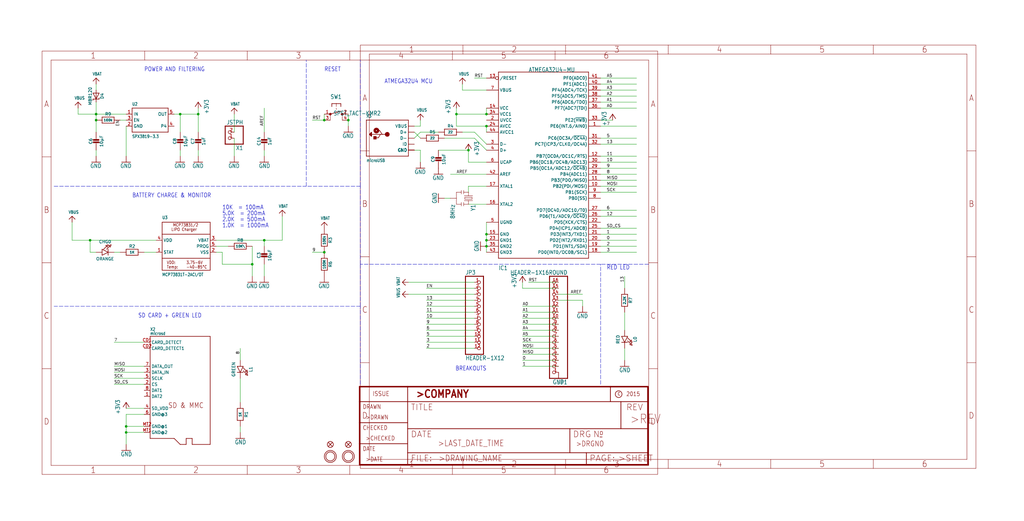
<source format=kicad_sch>
(kicad_sch (version 20211123) (generator eeschema)
  (paper "User" 433.07 220.421)
  (lib_symbols
    (symbol "eagleSchem-eagle-import:+3V3" (power)
      (property "Value" "+3V3" (at -2.54 -5.08 90))
      (symbol "+3V3_1_0"
        (pin power_in line (at 0 -2.54 90) (length 2.54) (name "+3V3") (number "1"))
      )
    )
    (symbol "eagleSchem-eagle-import:ATMEGA32U4-MU"
      (property "Reference" "IC" (at -17.78 -38.1 0))
      (property "Value" "ATMEGA32U4-MU" (at -5.08 45.72 0))
      (symbol "ATMEGA32U4-MU_1_0"
        (pin bidirectional line (at 25.4 22.86 180) (length 5.08) (name "PE6(INT.6/AIN0)") (number "1"))
        (pin bidirectional line (at 25.4 -2.54 180) (length 5.08) (name "PB2(PDI/MOSI)") (number "10"))
        (pin bidirectional line (at 25.4 0 180) (length 5.08) (name "PB3(PDO/MISO)") (number "11"))
        (pin bidirectional line (at 25.4 10.16 180) (length 5.08) (name "PB7(OC0A/OC1C/RTS)") (number "12"))
        (pin bidirectional inverted (at -22.86 43.18 0) (length 5.08) (name "/RESET") (number "13"))
        (pin bidirectional line (at -22.86 30.48 0) (length 5.08) (name "VCC") (number "14"))
        (pin bidirectional line (at -22.86 -22.86 0) (length 5.08) (name "GND") (number "15"))
        (pin bidirectional line (at -22.86 -10.16 0) (length 5.08) (name "XTAL2") (number "16"))
        (pin bidirectional line (at -22.86 -2.54 0) (length 5.08) (name "XTAL1") (number "17"))
        (pin bidirectional line (at 25.4 -30.48 180) (length 5.08) (name "PD0(INT0/OC0B/SCL)") (number "18"))
        (pin bidirectional line (at 25.4 -27.94 180) (length 5.08) (name "PD1(INT1/SDA)") (number "19"))
        (pin bidirectional line (at -22.86 25.4 0) (length 5.08) (name "UVCC") (number "2"))
        (pin bidirectional line (at 25.4 -25.4 180) (length 5.08) (name "PD2(INT2/RXD1)") (number "20"))
        (pin bidirectional line (at 25.4 -22.86 180) (length 5.08) (name "PD3(INT3/TXD1)") (number "21"))
        (pin bidirectional line (at 25.4 -17.78 180) (length 5.08) (name "PD5(XCK/CTS)") (number "22"))
        (pin bidirectional line (at -22.86 -25.4 0) (length 5.08) (name "GND1") (number "23"))
        (pin bidirectional line (at -22.86 22.86 0) (length 5.08) (name "AVCC") (number "24"))
        (pin bidirectional line (at 25.4 -20.32 180) (length 5.08) (name "PD4(ICP1/ADC8)") (number "25"))
        (pin bidirectional line (at 25.4 -15.24 180) (length 5.08) (name "PD6(T1/ADC9/~{OC4D})") (number "26"))
        (pin bidirectional line (at 25.4 -12.7 180) (length 5.08) (name "PD7(OC4D/ADC10/T0)") (number "27"))
        (pin bidirectional line (at 25.4 2.54 180) (length 5.08) (name "PB4(ADC11)") (number "28"))
        (pin bidirectional line (at 25.4 5.08 180) (length 5.08) (name "PB5(OC1A/ADC12/~{OC4B})") (number "29"))
        (pin bidirectional line (at -22.86 15.24 0) (length 5.08) (name "D-") (number "3"))
        (pin bidirectional line (at 25.4 7.62 180) (length 5.08) (name "PB6(OC1B/OC4B/ADC13)") (number "30"))
        (pin bidirectional line (at 25.4 17.78 180) (length 5.08) (name "PC6(OC3A/~{OC4A})") (number "31"))
        (pin bidirectional line (at 25.4 15.24 180) (length 5.08) (name "PC7(ICP3/CLK0/OC4A)") (number "32"))
        (pin bidirectional line (at 25.4 25.4 180) (length 5.08) (name "PE2(~{HWB})") (number "33"))
        (pin bidirectional line (at -22.86 27.94 0) (length 5.08) (name "VCC1") (number "34"))
        (pin bidirectional line (at -22.86 -27.94 0) (length 5.08) (name "GND2") (number "35"))
        (pin bidirectional line (at 25.4 30.48 180) (length 5.08) (name "PF7(ADC7(TDI)") (number "36"))
        (pin bidirectional line (at 25.4 33.02 180) (length 5.08) (name "PF6(ADC6/TDO)") (number "37"))
        (pin bidirectional line (at 25.4 35.56 180) (length 5.08) (name "PF5(ADC5/TMS)") (number "38"))
        (pin bidirectional line (at 25.4 38.1 180) (length 5.08) (name "PF4(ADC4/TCK)") (number "39"))
        (pin bidirectional line (at -22.86 12.7 0) (length 5.08) (name "D+") (number "4"))
        (pin bidirectional line (at 25.4 40.64 180) (length 5.08) (name "PF1(ADC1)") (number "40"))
        (pin bidirectional line (at 25.4 43.18 180) (length 5.08) (name "PF0(ADC0)") (number "41"))
        (pin bidirectional line (at -22.86 2.54 0) (length 5.08) (name "AREF") (number "42"))
        (pin bidirectional line (at -22.86 -30.48 0) (length 5.08) (name "GND3") (number "43"))
        (pin bidirectional line (at -22.86 20.32 0) (length 5.08) (name "AVCC1") (number "44"))
        (pin bidirectional line (at -22.86 -17.78 0) (length 5.08) (name "UGND") (number "5"))
        (pin bidirectional line (at -22.86 7.62 0) (length 5.08) (name "UCAP") (number "6"))
        (pin bidirectional line (at -22.86 38.1 0) (length 5.08) (name "VBUS") (number "7"))
        (pin bidirectional line (at 25.4 -7.62 180) (length 5.08) (name "PB0(SS)") (number "8"))
        (pin bidirectional line (at 25.4 -5.08 180) (length 5.08) (name "PB1(SCK)") (number "9"))
      )
    )
    (symbol "eagleSchem-eagle-import:CAP_CERAMIC0603_NO"
      (property "Reference" "C" (at -2.29 1.25 90))
      (property "Value" "CAP_CERAMIC0603_NO" (at 2.3 1.25 90))
      (symbol "CAP_CERAMIC0603_NO_1_0"
        (pin passive line (at 0 5.08 270) (length 2.54) (name "1") (number "1"))
        (pin passive line (at 0 -2.54 90) (length 2.54) (name "2") (number "2"))
      )
    )
    (symbol "eagleSchem-eagle-import:CAP_CERAMIC0805-NOOUTLINE"
      (property "Reference" "C" (at -2.29 1.25 90))
      (property "Value" "CAP_CERAMIC0805-NOOUTLINE" (at 2.3 1.25 90))
      (symbol "CAP_CERAMIC0805-NOOUTLINE_1_0"
        (pin passive line (at 0 5.08 270) (length 2.54) (name "1") (number "1"))
        (pin passive line (at 0 -2.54 90) (length 2.54) (name "2") (number "2"))
      )
    )
    (symbol "eagleSchem-eagle-import:CON_JST_PH_2PIN"
      (property "Reference" "X" (at -6.35 5.715 0))
      (property "Value" "CON_JST_PH_2PIN" (at -6.35 -5.08 0))
      (symbol "CON_JST_PH_2PIN_1_0"
        (pin passive inverted (at -2.54 2.54 0) (length 2.54) (name "1") (number "1"))
        (pin passive inverted (at -2.54 0 0) (length 2.54) (name "2") (number "2"))
      )
    )
    (symbol "eagleSchem-eagle-import:DIODE-SCHOTTKYSOD-123"
      (property "Reference" "D" (at 0 2.54 0))
      (property "Value" "DIODE-SCHOTTKYSOD-123" (at 0 -2.5 0))
      (symbol "DIODE-SCHOTTKYSOD-123_1_0"
        (pin passive line (at -2.54 0 0) (length 2.54) (name "A") (number "A"))
        (pin passive line (at 2.54 0 180) (length 2.54) (name "C") (number "C"))
      )
    )
    (symbol "eagleSchem-eagle-import:FIDUCIAL{dblquote}{dblquote}")
    (symbol "eagleSchem-eagle-import:FRAME_A4"
      (symbol "FRAME_A4_0_0"
        (text "1" (at 21.6958 1.905 0) (effects (font (size 2.54 2.286))))
        (text "1" (at 21.6958 177.165 0) (effects (font (size 2.54 2.286))))
        (text "2" (at 65.0875 1.905 0) (effects (font (size 2.54 2.286))))
        (text "2" (at 65.0875 177.165 0) (effects (font (size 2.54 2.286))))
        (text "3" (at 108.4792 1.905 0) (effects (font (size 2.54 2.286))))
        (text "3" (at 108.4792 177.165 0) (effects (font (size 2.54 2.286))))
        (text "4" (at 151.8708 1.905 0) (effects (font (size 2.54 2.286))))
        (text "4" (at 151.8708 177.165 0) (effects (font (size 2.54 2.286))))
        (text "5" (at 195.2625 1.905 0) (effects (font (size 2.54 2.286))))
        (text "5" (at 195.2625 177.165 0) (effects (font (size 2.54 2.286))))
        (text "6" (at 238.6542 1.905 0) (effects (font (size 2.54 2.286))))
        (text "6" (at 238.6542 177.165 0) (effects (font (size 2.54 2.286))))
        (text "A" (at 1.905 156.6863 0) (effects (font (size 2.54 2.286))))
        (text "A" (at 258.445 156.6863 0) (effects (font (size 2.54 2.286))))
        (text "B" (at 1.905 111.9188 0) (effects (font (size 2.54 2.286))))
        (text "B" (at 258.445 111.9188 0) (effects (font (size 2.54 2.286))))
        (text "C" (at 1.905 67.1513 0) (effects (font (size 2.54 2.286))))
        (text "C" (at 258.445 67.1513 0) (effects (font (size 2.54 2.286))))
        (text "D" (at 1.905 22.3838 0) (effects (font (size 2.54 2.286))))
        (text "D" (at 258.445 22.3838 0) (effects (font (size 2.54 2.286))))
      )
      (symbol "FRAME_A4_2_0"
        (text "2015" (at 112.4077 30.4673 0) (effects (font (size 1.778 1.5113)) (justify left bottom)))
        (text ">CHECKED" (at 2.2352 11.7348 0) (effects (font (size 1.778 1.5113)) (justify left bottom)))
        (text ">COMPANY" (at 23.349 29.6735 0) (effects (font (size 3.175 2.6987) (thickness 0.5397) bold) (justify left bottom)))
        (text ">DATE" (at 2.2352 2.8448 0) (effects (font (size 1.778 1.5113)) (justify left bottom)))
        (text ">DRAWING_NAME" (at 33.0327 2.8448 0) (effects (font (size 2.54 2.159)) (justify left bottom)))
        (text ">DRAWN" (at 2.2352 20.6248 0) (effects (font (size 1.778 1.5113)) (justify left bottom)))
        (text ">DRGNO" (at 91.1352 9.1948 0) (effects (font (size 2.1844 1.8567)) (justify left bottom)))
        (text ">LAST_DATE_TIME" (at 32.7152 9.1948 0) (effects (font (size 2.54 2.159)) (justify left bottom)))
        (text ">REV" (at 113.9952 18.7198 0) (effects (font (size 3.81 3.2385)) (justify left bottom)))
        (text ">SHEET" (at 108.9152 2.8448 0) (effects (font (size 2.54 2.54)) (justify left bottom)))
        (text "C" (at 108.7564 30.7848 0) (effects (font (size 1.27 1.0795)) (justify left bottom)))
        (text "CHECKED" (at 0.9652 16.1798 0) (effects (font (size 1.778 1.5113)) (justify left bottom)))
        (text "DATE" (at 0.9652 7.2898 0) (effects (font (size 1.778 1.5113)) (justify left bottom)))
        (text "DATE" (at 21.2852 13.0048 0) (effects (font (size 2.54 2.54)) (justify left bottom)))
        (text "DRAWN" (at 0.9652 25.0698 0) (effects (font (size 1.778 1.5113)) (justify left bottom)))
        (text "DRG" (at 89.8652 13.0048 0) (effects (font (size 2.54 2.54)) (justify left bottom)))
        (text "FILE:" (at 21.2852 2.8448 0) (effects (font (size 2.54 2.54)) (justify left bottom)))
        (text "ISSUE" (at 5.0927 30.4673 0) (effects (font (size 1.9304 1.6408)) (justify left bottom)))
        (text "N" (at 98.4377 13.0048 0) (effects (font (size 2.54 2.54)) (justify left bottom)))
        (text "o" (at 100.9777 13.9573 0) (effects (font (size 2.1844 1.8567)) (justify left bottom)))
        (text "PAGE:" (at 96.8502 2.8448 0) (effects (font (size 2.54 2.54)) (justify left bottom)))
        (text "REV" (at 112.4077 24.4348 0) (effects (font (size 2.54 2.54)) (justify left bottom)))
        (text "TITLE" (at 21.2852 24.4348 0) (effects (font (size 2.54 2.54)) (justify left bottom)))
      )
    )
    (symbol "eagleSchem-eagle-import:GND" (power)
      (property "Value" "GND" (at -2.54 -2.54 0))
      (symbol "GND_1_0"
        (pin power_in line (at 0 2.54 270) (length 2.54) (name "GND") (number "1"))
      )
    )
    (symbol "eagleSchem-eagle-import:HEADER-1X12"
      (property "Reference" "JP" (at -6.35 18.415 0))
      (property "Value" "HEADER-1X12" (at -6.35 -17.78 0))
      (symbol "HEADER-1X12_1_0"
        (pin passive inverted (at -2.54 15.24 0) (length 2.54) (name "1") (number "1"))
        (pin passive inverted (at -2.54 -7.62 0) (length 2.54) (name "10") (number "10"))
        (pin passive inverted (at -2.54 -10.16 0) (length 2.54) (name "11") (number "11"))
        (pin passive inverted (at -2.54 -12.7 0) (length 2.54) (name "12") (number "12"))
        (pin passive inverted (at -2.54 12.7 0) (length 2.54) (name "2") (number "2"))
        (pin passive inverted (at -2.54 10.16 0) (length 2.54) (name "3") (number "3"))
        (pin passive inverted (at -2.54 7.62 0) (length 2.54) (name "4") (number "4"))
        (pin passive inverted (at -2.54 5.08 0) (length 2.54) (name "5") (number "5"))
        (pin passive inverted (at -2.54 2.54 0) (length 2.54) (name "6") (number "6"))
        (pin passive inverted (at -2.54 0 0) (length 2.54) (name "7") (number "7"))
        (pin passive inverted (at -2.54 -2.54 0) (length 2.54) (name "8") (number "8"))
        (pin passive inverted (at -2.54 -5.08 0) (length 2.54) (name "9") (number "9"))
      )
    )
    (symbol "eagleSchem-eagle-import:HEADER-1X16ROUND"
      (property "Reference" "JP" (at -6.35 20.955 0))
      (property "Value" "HEADER-1X16ROUND" (at -6.35 -25.4 0))
      (symbol "HEADER-1X16ROUND_1_0"
        (pin passive inverted (at -2.54 17.78 0) (length 2.54) (name "1") (number "1"))
        (pin passive inverted (at -2.54 -5.08 0) (length 2.54) (name "10") (number "10"))
        (pin passive inverted (at -2.54 -7.62 0) (length 2.54) (name "11") (number "11"))
        (pin passive inverted (at -2.54 -10.16 0) (length 2.54) (name "12") (number "12"))
        (pin passive inverted (at -2.54 -12.7 0) (length 2.54) (name "13") (number "13"))
        (pin passive inverted (at -2.54 -15.24 0) (length 2.54) (name "14") (number "14"))
        (pin passive inverted (at -2.54 -17.78 0) (length 2.54) (name "15") (number "15"))
        (pin passive inverted (at -2.54 -20.32 0) (length 2.54) (name "16") (number "16"))
        (pin passive inverted (at -2.54 15.24 0) (length 2.54) (name "2") (number "2"))
        (pin passive inverted (at -2.54 12.7 0) (length 2.54) (name "3") (number "3"))
        (pin passive inverted (at -2.54 10.16 0) (length 2.54) (name "4") (number "4"))
        (pin passive inverted (at -2.54 7.62 0) (length 2.54) (name "5") (number "5"))
        (pin passive inverted (at -2.54 5.08 0) (length 2.54) (name "6") (number "6"))
        (pin passive inverted (at -2.54 2.54 0) (length 2.54) (name "7") (number "7"))
        (pin passive inverted (at -2.54 0 0) (length 2.54) (name "8") (number "8"))
        (pin passive inverted (at -2.54 -2.54 0) (length 2.54) (name "9") (number "9"))
      )
    )
    (symbol "eagleSchem-eagle-import:LED0805_NOOUTLINE"
      (property "Reference" "D" (at -1.27 4.445 0))
      (property "Value" "LED0805_NOOUTLINE" (at -1.27 -2.794 0))
      (symbol "LED0805_NOOUTLINE_1_0"
        (pin passive line (at -5.08 0 0) (length 2.54) (name "A") (number "A"))
        (pin passive line (at 2.54 0 180) (length 2.54) (name "C") (number "C"))
      )
    )
    (symbol "eagleSchem-eagle-import:MCP73831{slash}2"
      (property "Reference" "U" (at -10.16 11.43 0))
      (property "Value" "MCP73831{slash}2" (at -10.16 -12.7 0))
      (symbol "MCP73831{slash}2_1_0"
        (text "-40-85°C" (at 0 -9.525 0) (effects (font (size 1.27 1.0795)) (justify left bottom)))
        (text "3.75-6V" (at 0 -7.62 0) (effects (font (size 1.27 1.0795)) (justify left bottom)))
        (text "LIPO Charger" (at -6.35 6.35 0) (effects (font (size 1.27 1.0795)) (justify left bottom)))
        (text "MCP73831/2" (at -5.715 8.255 0) (effects (font (size 1.27 1.0795)) (justify left bottom)))
        (text "Temp:" (at -8.255 -9.525 0) (effects (font (size 1.27 1.0795)) (justify left bottom)))
        (text "VDD:" (at -8.255 -7.62 0) (effects (font (size 1.27 1.0795)) (justify left bottom)))
        (pin output line (at -12.7 -2.54 0) (length 2.54) (name "STAT") (number "1"))
        (pin power_in line (at 12.7 -2.54 180) (length 2.54) (name "VSS") (number "2"))
        (pin power_in line (at 12.7 2.54 180) (length 2.54) (name "VBAT") (number "3"))
        (pin power_in line (at -12.7 2.54 0) (length 2.54) (name "VDD") (number "4"))
        (pin input line (at 12.7 0 180) (length 2.54) (name "PROG") (number "5"))
      )
    )
    (symbol "eagleSchem-eagle-import:MICROSD"
      (property "Reference" "X" (at -12.7 22.606 0))
      (property "Value" "MICROSD" (at -12.7 20.828 0))
      (symbol "MICROSD_1_0"
        (text "SD & MMC" (at -5.08 -10.16 0) (effects (font (size 2.1844 1.8567)) (justify left bottom)))
        (pin bidirectional line (at -15.24 -5.08 0) (length 2.54) (name "DAT2") (number "1"))
        (pin input line (at -15.24 0 0) (length 2.54) (name "CS") (number "2"))
        (pin input line (at -15.24 5.08 0) (length 2.54) (name "DATA_IN") (number "3"))
        (pin power_in line (at -15.24 -10.16 0) (length 2.54) (name "SD_VDD") (number "4"))
        (pin input line (at -15.24 2.54 0) (length 2.54) (name "SCLK") (number "5"))
        (pin power_in line (at -15.24 -12.7 0) (length 2.54) (name "GND@3") (number "6"))
        (pin output line (at -15.24 7.62 0) (length 2.54) (name "DATA_OUT") (number "7"))
        (pin bidirectional line (at -15.24 -2.54 0) (length 2.54) (name "DAT1") (number "8"))
        (pin passive line (at -15.24 17.78 0) (length 2.54) (name "CARD_DETECT") (number "CD1"))
        (pin passive line (at -15.24 15.24 0) (length 2.54) (name "CARD_DETECT1") (number "CD2"))
        (pin power_in line (at -15.24 -20.32 0) (length 2.54) (name "GND@2") (number "MT1"))
        (pin power_in line (at -15.24 -17.78 0) (length 2.54) (name "GND@1") (number "MT2"))
      )
    )
    (symbol "eagleSchem-eagle-import:MOUNTINGHOLE2.5")
    (symbol "eagleSchem-eagle-import:RESISTOR_0603MP"
      (property "Reference" "R" (at 0 2.54 0))
      (property "Value" "RESISTOR_0603MP" (at 0 0 0))
      (symbol "RESISTOR_0603MP_1_0"
        (pin passive line (at -5.08 0 0) (length 2.54) (name "1") (number "1"))
        (pin passive line (at 5.08 0 180) (length 2.54) (name "2") (number "2"))
      )
    )
    (symbol "eagleSchem-eagle-import:RESISTOR_0603_NOOUT"
      (property "Reference" "R" (at 0 2.54 0))
      (property "Value" "RESISTOR_0603_NOOUT" (at 0 0 0))
      (symbol "RESISTOR_0603_NOOUT_1_0"
        (pin passive line (at -5.08 0 0) (length 2.54) (name "1") (number "1"))
        (pin passive line (at 5.08 0 180) (length 2.54) (name "2") (number "2"))
      )
    )
    (symbol "eagleSchem-eagle-import:RESONATORSMD"
      (property "Reference" "Y" (at 2.54 1.016 0))
      (property "Value" "RESONATORSMD" (at 2.54 -7.62 0))
      (symbol "RESONATORSMD_1_0"
        (pin passive line (at -2.54 0 0) (length 0) (name "1") (number "1"))
        (pin passive line (at 0 -7.62 90) (length 0) (name "2") (number "2"))
        (pin passive line (at 2.54 0 180) (length 0) (name "3") (number "3"))
      )
    )
    (symbol "eagleSchem-eagle-import:SPST_TACT-KMR2"
      (property "Reference" "SW" (at -6.35 -2.54 90))
      (property "Value" "SPST_TACT-KMR2" (at -3.81 3.175 90))
      (symbol "SPST_TACT-KMR2_1_0"
        (pin passive line (at 0 -5.08 90) (length 2.54) (name "P") (number "1"))
        (pin passive line (at 0 5.08 270) (length 2.54) (name "S") (number "2"))
        (pin passive line (at 2.54 -5.08 90) (length 2.54) (name "P1") (number "3"))
        (pin passive line (at 2.54 5.08 270) (length 2.54) (name "S1") (number "4"))
      )
    )
    (symbol "eagleSchem-eagle-import:USB_MICRO_20329_V2"
      (property "Reference" "X" (at -10.16 8.636 0))
      (property "Value" "USB_MICRO_20329_V2" (at -10.16 -10.16 0))
      (symbol "USB_MICRO_20329_V2_1_0"
        (pin power_in line (at 10.16 -5.08 180) (length 2.54) (name "GND") (number "BASE@1"))
        (pin power_in line (at 10.16 -5.08 180) (length 2.54) (name "GND") (number "BASE@2"))
        (pin bidirectional line (at 10.16 2.54 180) (length 2.54) (name "D+") (number "D+"))
        (pin bidirectional line (at 10.16 0 180) (length 2.54) (name "D-") (number "D-"))
        (pin power_in line (at 10.16 -5.08 180) (length 2.54) (name "GND") (number "GND"))
        (pin bidirectional line (at 10.16 -2.54 180) (length 2.54) (name "ID") (number "ID"))
        (pin power_in line (at 10.16 -5.08 180) (length 2.54) (name "GND") (number "SPRT@1"))
        (pin power_in line (at 10.16 -5.08 180) (length 2.54) (name "GND") (number "SPRT@2"))
        (pin power_in line (at 10.16 -5.08 180) (length 2.54) (name "GND") (number "SPRT@3"))
        (pin power_in line (at 10.16 -5.08 180) (length 2.54) (name "GND") (number "SPRT@4"))
        (pin power_in line (at 10.16 5.08 180) (length 2.54) (name "VBUS") (number "VBUS"))
      )
    )
    (symbol "eagleSchem-eagle-import:VBAT" (power)
      (property "Value" "VBAT" (at -1.524 1.016 0))
      (symbol "VBAT_1_0"
        (pin power_in line (at 0 -2.54 90) (length 2.54) (name "VBAT") (number "1"))
      )
    )
    (symbol "eagleSchem-eagle-import:VBUS" (power)
      (property "Value" "VBUS" (at -1.524 1.016 0))
      (symbol "VBUS_1_0"
        (pin power_in line (at 0 -2.54 90) (length 2.54) (name "VBUS") (number "1"))
      )
    )
    (symbol "eagleSchem-eagle-import:VREG_SOT23-5"
      (property "Reference" "U" (at -7.62 6.096 0))
      (property "Value" "VREG_SOT23-5" (at -7.62 -7.62 0))
      (symbol "VREG_SOT23-5_1_0"
        (pin power_in line (at -10.16 2.54 0) (length 2.54) (name "IN") (number "1"))
        (pin power_in line (at -10.16 -2.54 0) (length 2.54) (name "GND") (number "2"))
        (pin input line (at -10.16 0 0) (length 2.54) (name "EN") (number "3"))
        (pin bidirectional line (at 10.16 -2.54 180) (length 2.54) (name "P4") (number "4"))
        (pin power_in line (at 10.16 2.54 180) (length 2.54) (name "OUT") (number "5"))
      )
    )
  )
  (junction (at 111.76 101.6))
  (junction (at 53.34 180.34))
  (junction (at 198.12 63.5))
  (junction (at 40.64 50.8))
  (junction (at 205.74 53.34))
  (junction (at 40.64 48.26))
  (junction (at 83.82 48.26))
  (junction (at 76.2 48.26))
  (junction (at 137.16 50.8))
  (junction (at 205.74 99.06))
  (junction (at 53.34 182.88))
  (junction (at 106.68 111.76))
  (junction (at 205.74 101.6))
  (junction (at 193.04 48.26))
  (junction (at 205.74 104.14))
  (junction (at 147.32 50.8))
  (junction (at 38.1 101.6))
  (junction (at 137.16 106.68))
  (junction (at 205.74 48.26))
  (wire (pts (xy 137.16 50.8) (xy 137.16 48.26)))
  (wire (pts (xy 254 35.56) (xy 269.24 35.56)))
  (wire (pts (xy 111.76 104.14) (xy 111.76 101.6)))
  (wire (pts (xy 195.58 38.1) (xy 195.58 35.56)))
  (wire (pts (xy 60.96 106.68) (xy 66.04 106.68)))
  (wire (pts (xy 254 53.34) (xy 269.24 53.34)))
  (wire (pts (xy 254 60.96) (xy 269.24 60.96)))
  (wire (pts (xy 180.34 121.92) (xy 200.66 121.92)))
  (wire (pts (xy 220.98 142.24) (xy 236.22 142.24)))
  (wire (pts (xy 198.12 86.36) (xy 205.74 86.36)))
  (wire (pts (xy 38.1 106.68) (xy 38.1 101.6)))
  (wire (pts (xy 236.22 139.7) (xy 220.98 139.7)))
  (wire (pts (xy 236.22 129.54) (xy 220.98 129.54)))
  (wire (pts (xy 53.34 182.88) (xy 53.34 187.96)))
  (wire (pts (xy 101.6 160.02) (xy 101.6 170.18)))
  (wire (pts (xy 205.74 68.58) (xy 198.12 68.58)))
  (wire (pts (xy 264.16 132.08) (xy 264.16 139.7)))
  (wire (pts (xy 254 78.74) (xy 269.24 78.74)))
  (wire (pts (xy 60.96 175.26) (xy 53.34 175.26)))
  (wire (pts (xy 187.96 58.42) (xy 200.66 58.42)))
  (wire (pts (xy 254 76.2) (xy 269.24 76.2)))
  (wire (pts (xy 137.16 106.68) (xy 132.08 106.68)))
  (wire (pts (xy 38.1 101.6) (xy 66.04 101.6)))
  (wire (pts (xy 53.34 53.34) (xy 53.34 66.04)))
  (wire (pts (xy 99.06 48.26) (xy 99.06 55.88)))
  (wire (pts (xy 83.82 48.26) (xy 83.82 45.72)))
  (wire (pts (xy 30.48 93.98) (xy 30.48 101.6)))
  (wire (pts (xy 53.34 180.34) (xy 53.34 182.88)))
  (wire (pts (xy 200.66 127) (xy 180.34 127)))
  (wire (pts (xy 40.64 106.68) (xy 38.1 106.68)))
  (wire (pts (xy 193.04 48.26) (xy 193.04 45.72)))
  (wire (pts (xy 33.02 45.72) (xy 33.02 48.26)))
  (wire (pts (xy 91.44 104.14) (xy 96.52 104.14)))
  (wire (pts (xy 236.22 147.32) (xy 220.98 147.32)))
  (wire (pts (xy 193.04 53.34) (xy 193.04 48.26)))
  (wire (pts (xy 254 33.02) (xy 269.24 33.02)))
  (wire (pts (xy 53.34 175.26) (xy 53.34 180.34)))
  (wire (pts (xy 220.98 149.86) (xy 236.22 149.86)))
  (wire (pts (xy 205.74 38.1) (xy 195.58 38.1)))
  (wire (pts (xy 205.74 53.34) (xy 193.04 53.34)))
  (wire (pts (xy 33.02 48.26) (xy 40.64 48.26)))
  (wire (pts (xy 205.74 93.98) (xy 205.74 99.06)))
  (wire (pts (xy 50.8 50.8) (xy 53.34 50.8)))
  (wire (pts (xy 254 88.9) (xy 269.24 88.9)))
  (wire (pts (xy 93.98 106.68) (xy 93.98 111.76)))
  (wire (pts (xy 205.74 104.14) (xy 205.74 106.68)))
  (wire (pts (xy 48.26 106.68) (xy 50.8 106.68)))
  (wire (pts (xy 111.76 101.6) (xy 91.44 101.6)))
  (wire (pts (xy 101.6 152.4) (xy 101.6 147.32)))
  (wire (pts (xy 48.26 157.48) (xy 60.96 157.48)))
  (wire (pts (xy 83.82 63.5) (xy 83.82 66.04)))
  (wire (pts (xy 172.72 119.38) (xy 200.66 119.38)))
  (polyline (pts (xy 129.54 78.74) (xy 129.54 25.4)))
  (wire (pts (xy 119.38 91.44) (xy 119.38 101.6)))
  (wire (pts (xy 53.34 172.72) (xy 60.96 172.72)))
  (wire (pts (xy 200.66 137.16) (xy 180.34 137.16)))
  (wire (pts (xy 236.22 144.78) (xy 220.98 144.78)))
  (wire (pts (xy 254 58.42) (xy 269.24 58.42)))
  (wire (pts (xy 53.34 48.26) (xy 40.64 48.26)))
  (wire (pts (xy 205.74 99.06) (xy 205.74 101.6)))
  (wire (pts (xy 175.26 63.5) (xy 177.8 63.5)))
  (wire (pts (xy 40.64 48.26) (xy 40.64 50.8)))
  (wire (pts (xy 106.68 111.76) (xy 106.68 116.84)))
  (wire (pts (xy 99.06 66.04) (xy 99.06 58.42)))
  (wire (pts (xy 200.66 124.46) (xy 172.72 124.46)))
  (polyline (pts (xy 152.4 78.74) (xy 129.54 78.74)))
  (wire (pts (xy 205.74 55.88) (xy 205.74 53.34)))
  (wire (pts (xy 254 38.1) (xy 269.24 38.1)))
  (wire (pts (xy 205.74 33.02) (xy 200.66 33.02)))
  (wire (pts (xy 180.34 134.62) (xy 200.66 134.62)))
  (wire (pts (xy 175.26 58.42) (xy 177.8 55.88)))
  (wire (pts (xy 205.74 48.26) (xy 205.74 45.72)))
  (wire (pts (xy 220.98 132.08) (xy 236.22 132.08)))
  (wire (pts (xy 177.8 53.34) (xy 177.8 50.8)))
  (wire (pts (xy 40.64 63.5) (xy 40.64 66.04)))
  (wire (pts (xy 190.5 73.66) (xy 205.74 73.66)))
  (wire (pts (xy 200.66 55.88) (xy 205.74 60.96)))
  (wire (pts (xy 76.2 55.88) (xy 76.2 48.26)))
  (wire (pts (xy 40.64 50.8) (xy 40.64 55.88)))
  (wire (pts (xy 40.64 43.18) (xy 40.64 48.26)))
  (wire (pts (xy 30.48 101.6) (xy 38.1 101.6)))
  (wire (pts (xy 200.66 144.78) (xy 180.34 144.78)))
  (wire (pts (xy 220.98 121.92) (xy 236.22 121.92)))
  (wire (pts (xy 193.04 48.26) (xy 205.74 48.26)))
  (polyline (pts (xy 152.4 129.54) (xy 152.4 111.76)))
  (wire (pts (xy 132.08 50.8) (xy 137.16 50.8)))
  (polyline (pts (xy 152.4 111.76) (xy 152.4 78.74)))
  (polyline (pts (xy 152.4 162.56) (xy 152.4 129.54)))
  (wire (pts (xy 93.98 111.76) (xy 106.68 111.76)))
  (wire (pts (xy 91.44 106.68) (xy 93.98 106.68)))
  (wire (pts (xy 101.6 180.34) (xy 101.6 182.88)))
  (wire (pts (xy 195.58 55.88) (xy 200.66 55.88)))
  (wire (pts (xy 254 73.66) (xy 269.24 73.66)))
  (wire (pts (xy 264.16 147.32) (xy 264.16 152.4)))
  (wire (pts (xy 60.96 160.02) (xy 48.26 160.02)))
  (wire (pts (xy 254 45.72) (xy 269.24 45.72)))
  (wire (pts (xy 254 40.64) (xy 269.24 40.64)))
  (wire (pts (xy 198.12 68.58) (xy 198.12 63.5)))
  (wire (pts (xy 254 50.8) (xy 259.08 50.8)))
  (wire (pts (xy 236.22 124.46) (xy 246.38 124.46)))
  (wire (pts (xy 254 104.14) (xy 269.24 104.14)))
  (wire (pts (xy 254 68.58) (xy 269.24 68.58)))
  (wire (pts (xy 264.16 121.92) (xy 264.16 116.84)))
  (wire (pts (xy 111.76 111.76) (xy 111.76 116.84)))
  (wire (pts (xy 198.12 63.5) (xy 185.42 63.5)))
  (wire (pts (xy 200.66 58.42) (xy 205.74 63.5)))
  (wire (pts (xy 111.76 101.6) (xy 119.38 101.6)))
  (polyline (pts (xy 152.4 78.74) (xy 152.4 25.4)))
  (wire (pts (xy 175.26 55.88) (xy 177.8 58.42)))
  (polyline (pts (xy 274.32 111.76) (xy 254 111.76)))
  (wire (pts (xy 220.98 154.94) (xy 236.22 154.94)))
  (wire (pts (xy 76.2 63.5) (xy 76.2 66.04)))
  (wire (pts (xy 236.22 127) (xy 246.38 127)))
  (wire (pts (xy 254 91.44) (xy 269.24 91.44)))
  (polyline (pts (xy 254 162.56) (xy 254 111.76)))
  (wire (pts (xy 198.12 78.74) (xy 205.74 78.74)))
  (wire (pts (xy 40.64 38.1) (xy 40.64 35.56)))
  (wire (pts (xy 236.22 119.38) (xy 223.52 119.38)))
  (wire (pts (xy 198.12 78.74) (xy 198.12 81.28)))
  (wire (pts (xy 200.66 142.24) (xy 180.34 142.24)))
  (wire (pts (xy 83.82 48.26) (xy 83.82 55.88)))
  (wire (pts (xy 60.96 144.78) (xy 48.26 144.78)))
  (wire (pts (xy 246.38 127) (xy 246.38 129.54)))
  (wire (pts (xy 269.24 101.6) (xy 254 101.6)))
  (wire (pts (xy 177.8 63.5) (xy 177.8 68.58)))
  (wire (pts (xy 175.26 53.34) (xy 177.8 53.34)))
  (wire (pts (xy 111.76 55.88) (xy 111.76 45.72)))
  (wire (pts (xy 200.66 132.08) (xy 180.34 132.08)))
  (wire (pts (xy 254 66.04) (xy 269.24 66.04)))
  (wire (pts (xy 254 43.18) (xy 269.24 43.18)))
  (wire (pts (xy 48.26 162.56) (xy 60.96 162.56)))
  (wire (pts (xy 60.96 180.34) (xy 53.34 180.34)))
  (wire (pts (xy 236.22 134.62) (xy 220.98 134.62)))
  (wire (pts (xy 73.66 48.26) (xy 76.2 48.26)))
  (wire (pts (xy 60.96 154.94) (xy 48.26 154.94)))
  (wire (pts (xy 254 99.06) (xy 269.24 99.06)))
  (wire (pts (xy 254 81.28) (xy 269.24 81.28)))
  (wire (pts (xy 147.32 48.26) (xy 147.32 50.8)))
  (wire (pts (xy 180.34 129.54) (xy 200.66 129.54)))
  (wire (pts (xy 254 106.68) (xy 269.24 106.68)))
  (wire (pts (xy 177.8 55.88) (xy 185.42 55.88)))
  (polyline (pts (xy 254 111.76) (xy 152.4 111.76)))
  (wire (pts (xy 76.2 48.26) (xy 83.82 48.26)))
  (wire (pts (xy 220.98 119.38) (xy 220.98 121.92)))
  (wire (pts (xy 205.74 101.6) (xy 205.74 104.14)))
  (wire (pts (xy 147.32 53.34) (xy 147.32 50.8)))
  (wire (pts (xy 180.34 139.7) (xy 200.66 139.7)))
  (wire (pts (xy 180.34 147.32) (xy 200.66 147.32)))
  (polyline (pts (xy 152.4 129.54) (xy 22.86 129.54)))
  (polyline (pts (xy 22.86 78.74) (xy 129.54 78.74)))
  (wire (pts (xy 220.98 137.16) (xy 236.22 137.16)))
  (wire (pts (xy 236.22 152.4) (xy 220.98 152.4)))
  (wire (pts (xy 60.96 182.88) (xy 53.34 182.88)))
  (wire (pts (xy 254 71.12) (xy 269.24 71.12)))
  (wire (pts (xy 106.68 104.14) (xy 106.68 111.76)))
  (wire (pts (xy 254 96.52) (xy 269.24 96.52)))
  (wire (pts (xy 111.76 63.5) (xy 111.76 66.04)))
  (wire (pts (xy 187.96 83.82) (xy 190.5 83.82)))
  (text "POWER AND FILTERING" (at 60.96 30.48 180) (effects (font (size 1.778 1.5113)) (justify left bottom)))
  (text "ATMEGA32U4 MCU" (at 162.56 35.56 180) (effects (font (size 1.778 1.5113)) (justify left bottom)))
  (text "10K  = 100mA" (at 93.98 88.9 180) (effects (font (size 1.778 1.5113)) (justify left bottom)))
  (text "5.0K  = 200mA" (at 93.98 91.44 180) (effects (font (size 1.778 1.5113)) (justify left bottom)))
  (text "2.0K  = 500mA" (at 93.98 93.98 180) (effects (font (size 1.778 1.5113)) (justify left bottom)))
  (text "BREAKOUTS" (at 205.74 154.94 180) (effects (font (size 1.778 1.5113)) (justify right top)))
  (text "BATTERY CHARGE & MONITOR" (at 55.88 83.82 180) (effects (font (size 1.778 1.5113)) (justify left bottom)))
  (text "RED LED" (at 256.54 114.3 180) (effects (font (size 1.778 1.5113)) (justify left bottom)))
  (text "1.0K  = 1000mA" (at 93.98 96.52 180) (effects (font (size 1.778 1.5113)) (justify left bottom)))
  (text "SD CARD + GREEN LED" (at 58.42 134.62 180) (effects (font (size 1.778 1.5113)) (justify left bottom)))
  (text "RESET" (at 137.16 30.48 180) (effects (font (size 1.778 1.5113)) (justify left bottom)))
  (label "A0" (at 256.54 45.72 0) (effects (font (size 1.2446 1.2446))))
  (label "6" (at 180.34 139.7 0) (effects (font (size 1.2446 1.2446))))
  (label "3" (at 180.34 144.78 0) (effects (font (size 1.2446 1.2446))))
  (label "A5" (at 256.54 33.02 0) (effects (font (size 1.2446 1.2446))))
  (label "8" (at 101.6 149.86 90) (effects (font (size 1.2446 1.2446))))
  (label "0" (at 220.98 152.4 0) (effects (font (size 1.2446 1.2446))))
  (label "SCK" (at 48.26 160.02 0) (effects (font (size 1.2446 1.2446))))
  (label "RST" (at 200.66 33.02 0) (effects (font (size 1.2446 1.2446))))
  (label "9" (at 180.34 137.16 0) (effects (font (size 1.2446 1.2446))))
  (label "12" (at 180.34 129.54 0) (effects (font (size 1.2446 1.2446))))
  (label "SD_CS" (at 48.26 162.56 0) (effects (font (size 1.2446 1.2446))))
  (label "A4" (at 256.54 35.56 0) (effects (font (size 1.2446 1.2446))))
  (label "13" (at 256.54 60.96 0) (effects (font (size 1.2446 1.2446))))
  (label "MISO" (at 256.54 76.2 0) (effects (font (size 1.2446 1.2446))))
  (label "MOSI" (at 220.98 147.32 0) (effects (font (size 1.2446 1.2446))))
  (label "1" (at 220.98 154.94 0) (effects (font (size 1.2446 1.2446))))
  (label "A0" (at 220.98 129.54 0) (effects (font (size 1.2446 1.2446))))
  (label "13" (at 180.34 127 0) (effects (font (size 1.2446 1.2446))))
  (label "RST" (at 132.08 50.8 0) (effects (font (size 1.2446 1.2446))))
  (label "EN" (at 50.8 50.8 270) (effects (font (size 1.2446 1.2446))))
  (label "5" (at 180.34 142.24 0) (effects (font (size 1.2446 1.2446))))
  (label "2" (at 180.34 147.32 0) (effects (font (size 1.2446 1.2446))))
  (label "MISO" (at 48.26 154.94 0) (effects (font (size 1.2446 1.2446))))
  (label "A2" (at 256.54 40.64 0) (effects (font (size 1.2446 1.2446))))
  (label "11" (at 180.34 132.08 0) (effects (font (size 1.2446 1.2446))))
  (label "AREF" (at 111.76 53.34 90) (effects (font (size 1.2446 1.2446))))
  (label "MOSI" (at 256.54 78.74 0) (effects (font (size 1.2446 1.2446))))
  (label "11" (at 256.54 66.04 0) (effects (font (size 1.2446 1.2446))))
  (label "0" (at 256.54 101.6 0) (effects (font (size 1.2446 1.2446))))
  (label "SCK" (at 256.54 81.28 0) (effects (font (size 1.2446 1.2446))))
  (label "9" (at 256.54 71.12 0) (effects (font (size 1.2446 1.2446))))
  (label "A3" (at 220.98 137.16 0) (effects (font (size 1.2446 1.2446))))
  (label "SD_CS" (at 256.54 96.52 0) (effects (font (size 1.2446 1.2446))))
  (label "A5" (at 220.98 142.24 0) (effects (font (size 1.2446 1.2446))))
  (label "10" (at 256.54 68.58 0) (effects (font (size 1.2446 1.2446))))
  (label "EN" (at 180.34 121.92 0) (effects (font (size 1.2446 1.2446))))
  (label "A2" (at 220.98 134.62 0) (effects (font (size 1.2446 1.2446))))
  (label "A1" (at 256.54 43.18 0) (effects (font (size 1.2446 1.2446))))
  (label "10" (at 180.34 134.62 0) (effects (font (size 1.2446 1.2446))))
  (label "3" (at 256.54 106.68 0) (effects (font (size 1.2446 1.2446))))
  (label "SCK" (at 220.98 144.78 0) (effects (font (size 1.2446 1.2446))))
  (label "AREF" (at 241.3 124.46 0) (effects (font (size 1.2446 1.2446))))
  (label "2" (at 256.54 104.14 0) (effects (font (size 1.2446 1.2446))))
  (label "RST" (at 223.52 119.38 0) (effects (font (size 1.2446 1.2446))))
  (label "8" (at 256.54 73.66 0) (effects (font (size 1.2446 1.2446))))
  (label "MISO" (at 220.98 149.86 0) (effects (font (size 1.2446 1.2446))))
  (label "13" (at 264.16 119.38 90) (effects (font (size 1.2446 1.2446))))
  (label "7" (at 256.54 53.34 0) (effects (font (size 1.2446 1.2446))))
  (label "7" (at 48.26 144.78 0) (effects (font (size 1.2446 1.2446))))
  (label "5" (at 256.54 58.42 0) (effects (font (size 1.2446 1.2446))))
  (label "A1" (at 220.98 132.08 0) (effects (font (size 1.2446 1.2446))))
  (label "A4" (at 220.98 139.7 0) (effects (font (size 1.2446 1.2446))))
  (label "12" (at 256.54 91.44 0) (effects (font (size 1.2446 1.2446))))
  (label "AREF" (at 193.04 73.66 0) (effects (font (size 1.2446 1.2446))))
  (label "1" (at 256.54 99.06 0) (effects (font (size 1.2446 1.2446))))
  (label "6" (at 256.54 88.9 0) (effects (font (size 1.2446 1.2446))))
  (label "A3" (at 256.54 38.1 0) (effects (font (size 1.2446 1.2446))))
  (label "9" (at 132.08 106.68 0) (effects (font (size 1.2446 1.2446))))
  (label "MOSI" (at 48.26 157.48 0) (effects (font (size 1.2446 1.2446))))
  (symbol (lib_id "eagleSchem-eagle-import:VBUS") (at 195.58 33.02 0) (unit 1)
    (property "Reference" "#U$8" (effects hide))
    (property "Value" "VBUS" (at 194.056 32.004 0) (effects (font (size 1.27 1.0795)) (justify left bottom)))
    (property "Footprint" "eagleSchem:" (effects hide))
  )
  (symbol (lib_id "eagleSchem-eagle-import:GND") (at 106.68 119.38 0) (unit 1)
    (property "Reference" "#U$36" (effects hide))
    (property "Value" "GND" (at 104.14 121.92 0) (effects (font (size 1.778 1.5113)) (justify left bottom)))
    (property "Footprint" "eagleSchem:" (effects hide))
  )
  (symbol (lib_id "eagleSchem-eagle-import:USB_MICRO_20329_V2") (at 165.1 58.42 0) (unit 1)
    (property "Reference" "X3" (at 154.94 49.784 0) (effects (font (size 1.27 1.0795)) (justify left bottom)))
    (property "Value" "microUSB" (at 154.94 68.58 0) (effects (font (size 1.27 1.0795)) (justify left bottom)))
    (property "Footprint" "eagleSchem:4UCONN_20329_V2" (effects hide))
  )
  (symbol (lib_id "eagleSchem-eagle-import:VBAT") (at 170.18 119.38 90) (unit 1)
    (property "Reference" "#U$20" (effects hide))
    (property "Value" "VBAT" (at 169.164 120.904 0) (effects (font (size 1.27 1.0795)) (justify left bottom)))
    (property "Footprint" "eagleSchem:" (effects hide))
  )
  (symbol (lib_id "eagleSchem-eagle-import:FRAME_A4") (at 152.4 198.12 0) (unit 2)
    (property "Reference" "#FRAME1" (effects hide))
    (property "Value" "FRAME_A4" (effects hide))
    (property "Footprint" "eagleSchem:" (effects hide))
  )
  (symbol (lib_id "eagleSchem-eagle-import:FIDUCIAL{dblquote}{dblquote}") (at 139.7 187.96 0) (unit 1)
    (property "Reference" "U$34" (effects hide))
    (property "Value" "FIDUCIAL{dblquote}{dblquote}" (effects hide))
    (property "Footprint" "eagleSchem:FIDUCIAL_1MM" (effects hide))
  )
  (symbol (lib_id "eagleSchem-eagle-import:GND") (at 137.16 119.38 0) (unit 1)
    (property "Reference" "#GND13" (effects hide))
    (property "Value" "GND" (at 134.62 121.92 0) (effects (font (size 1.778 1.5113)) (justify left bottom)))
    (property "Footprint" "eagleSchem:" (effects hide))
  )
  (symbol (lib_id "eagleSchem-eagle-import:VBUS") (at 30.48 91.44 0) (unit 1)
    (property "Reference" "#U$38" (effects hide))
    (property "Value" "VBUS" (at 28.956 90.424 0) (effects (font (size 1.27 1.0795)) (justify left bottom)))
    (property "Footprint" "eagleSchem:" (effects hide))
  )
  (symbol (lib_id "eagleSchem-eagle-import:GND") (at 203.2 104.14 270) (unit 1)
    (property "Reference" "#GND2" (effects hide))
    (property "Value" "GND" (at 200.66 101.6 0) (effects (font (size 1.778 1.5113)) (justify left bottom)))
    (property "Footprint" "eagleSchem:" (effects hide))
  )
  (symbol (lib_id "eagleSchem-eagle-import:VBUS") (at 33.02 43.18 0) (unit 1)
    (property "Reference" "#U$3" (effects hide))
    (property "Value" "VBUS" (at 31.496 42.164 0) (effects (font (size 1.27 1.0795)) (justify left bottom)))
    (property "Footprint" "eagleSchem:" (effects hide))
  )
  (symbol (lib_id "eagleSchem-eagle-import:SPST_TACT-KMR2") (at 142.24 48.26 270) (unit 1)
    (property "Reference" "SW1" (at 139.7 41.91 90) (effects (font (size 1.778 1.5113)) (justify left bottom)))
    (property "Value" "SPST_TACT-KMR2" (at 140.97 48.895 90) (effects (font (size 1.778 1.5113)) (justify left bottom)))
    (property "Footprint" "eagleSchem:KMR2" (effects hide))
  )
  (symbol (lib_id "eagleSchem-eagle-import:GND") (at 76.2 68.58 0) (unit 1)
    (property "Reference" "#U$29" (effects hide))
    (property "Value" "GND" (at 73.66 71.12 0) (effects (font (size 1.778 1.5113)) (justify left bottom)))
    (property "Footprint" "eagleSchem:" (effects hide))
  )
  (symbol (lib_id "eagleSchem-eagle-import:MCP73831{slash}2") (at 78.74 104.14 0) (unit 1)
    (property "Reference" "U3" (at 68.58 92.71 0) (effects (font (size 1.27 1.0795)) (justify left bottom)))
    (property "Value" "MCP73831T-2ACI/OT" (at 68.58 116.84 0) (effects (font (size 1.27 1.0795)) (justify left bottom)))
    (property "Footprint" "eagleSchem:SOT23-5" (effects hide))
  )
  (symbol (lib_id "eagleSchem-eagle-import:RESISTOR_0603_NOOUT") (at 182.88 58.42 0) (unit 1)
    (property "Reference" "R5" (at 182.88 55.88 0))
    (property "Value" "22" (at 182.88 58.42 0) (effects (font (size 1.016 1.016) bold)))
    (property "Footprint" "eagleSchem:0603-NO" (effects hide))
  )
  (symbol (lib_id "eagleSchem-eagle-import:CAP_CERAMIC0805-NOOUTLINE") (at 76.2 60.96 0) (unit 1)
    (property "Reference" "C8" (at 73.91 59.71 90))
    (property "Value" "10µF" (at 78.5 59.71 90))
    (property "Footprint" "eagleSchem:0805-NO" (effects hide))
  )
  (symbol (lib_id "eagleSchem-eagle-import:GND") (at 40.64 68.58 0) (unit 1)
    (property "Reference" "#U$27" (effects hide))
    (property "Value" "GND" (at 38.1 71.12 0) (effects (font (size 1.778 1.5113)) (justify left bottom)))
    (property "Footprint" "eagleSchem:" (effects hide))
  )
  (symbol (lib_id "eagleSchem-eagle-import:LED0805_NOOUTLINE") (at 264.16 144.78 270) (unit 1)
    (property "Reference" "L0" (at 268.605 143.51 0))
    (property "Value" "RED" (at 261.366 143.51 0))
    (property "Footprint" "eagleSchem:CHIPLED_0805_NOOUTLINE" (effects hide))
  )
  (symbol (lib_id "eagleSchem-eagle-import:CAP_CERAMIC0603_NO") (at 83.82 60.96 0) (unit 1)
    (property "Reference" "C7" (at 81.53 59.71 90))
    (property "Value" "1uF" (at 86.12 59.71 90))
    (property "Footprint" "eagleSchem:0603-NO" (effects hide))
  )
  (symbol (lib_id "eagleSchem-eagle-import:LED0805_NOOUTLINE") (at 101.6 157.48 270) (unit 1)
    (property "Reference" "L1" (at 106.045 156.21 0))
    (property "Value" "GREEN" (at 98.806 156.21 0))
    (property "Footprint" "eagleSchem:CHIPLED_0805_NOOUTLINE" (effects hide))
  )
  (symbol (lib_id "eagleSchem-eagle-import:MOUNTINGHOLE2.5") (at 139.7 193.04 0) (unit 1)
    (property "Reference" "U$31" (effects hide))
    (property "Value" "MOUNTINGHOLE2.5" (effects hide))
    (property "Footprint" "eagleSchem:MOUNTINGHOLE_2.5_PLATED" (effects hide))
  )
  (symbol (lib_id "eagleSchem-eagle-import:+3V3") (at 198.12 60.96 0) (mirror y) (unit 1)
    (property "Reference" "#+3V6" (effects hide))
    (property "Value" "+3V3" (at 200.66 66.04 90) (effects (font (size 1.778 1.5113)) (justify left bottom)))
    (property "Footprint" "eagleSchem:" (effects hide))
  )
  (symbol (lib_id "eagleSchem-eagle-import:FIDUCIAL{dblquote}{dblquote}") (at 147.32 187.96 0) (unit 1)
    (property "Reference" "U$35" (effects hide))
    (property "Value" "FIDUCIAL{dblquote}{dblquote}" (effects hide))
    (property "Footprint" "eagleSchem:FIDUCIAL_1MM" (effects hide))
  )
  (symbol (lib_id "eagleSchem-eagle-import:ATMEGA32U4-MU") (at 228.6 76.2 0) (unit 1)
    (property "Reference" "IC1" (at 210.82 114.3 0) (effects (font (size 1.778 1.5113)) (justify left bottom)))
    (property "Value" "ATMEGA32U4-MU" (at 223.52 30.48 0) (effects (font (size 1.778 1.5113)) (justify left bottom)))
    (property "Footprint" "eagleSchem:TQFN44_7MM" (effects hide))
  )
  (symbol (lib_id "eagleSchem-eagle-import:+3V3") (at 53.34 170.18 0) (unit 1)
    (property "Reference" "#+3V2" (effects hide))
    (property "Value" "+3V3" (at 50.8 175.26 90) (effects (font (size 1.778 1.5113)) (justify left bottom)))
    (property "Footprint" "eagleSchem:" (effects hide))
  )
  (symbol (lib_id "eagleSchem-eagle-import:HEADER-1X12") (at 203.2 134.62 0) (unit 1)
    (property "Reference" "JP3" (at 196.85 116.205 0) (effects (font (size 1.778 1.5113)) (justify left bottom)))
    (property "Value" "HEADER-1X12" (at 196.85 152.4 0) (effects (font (size 1.778 1.5113)) (justify left bottom)))
    (property "Footprint" "eagleSchem:1X12_ROUND" (effects hide))
  )
  (symbol (lib_id "eagleSchem-eagle-import:RESISTOR_0603MP") (at 137.16 111.76 270) (unit 1)
    (property "Reference" "R6" (at 139.7 111.76 0))
    (property "Value" "100K" (at 137.16 111.76 0) (effects (font (size 1.016 1.016) bold)))
    (property "Footprint" "eagleSchem:_0603MP" (effects hide))
  )
  (symbol (lib_id "eagleSchem-eagle-import:DIODE-SCHOTTKYSOD-123") (at 40.64 40.64 270) (unit 1)
    (property "Reference" "D4" (at 43.18 40.64 0))
    (property "Value" "MBR120" (at 38.14 40.64 0))
    (property "Footprint" "eagleSchem:SOD-123" (effects hide))
  )
  (symbol (lib_id "eagleSchem-eagle-import:+3V3") (at 259.08 48.26 0) (unit 1)
    (property "Reference" "#+3V7" (effects hide))
    (property "Value" "+3V3" (at 256.54 53.34 90) (effects (font (size 1.778 1.5113)) (justify left bottom)))
    (property "Footprint" "eagleSchem:" (effects hide))
  )
  (symbol (lib_id "eagleSchem-eagle-import:GND") (at 53.34 190.5 0) (mirror y) (unit 1)
    (property "Reference" "#GND8" (effects hide))
    (property "Value" "GND" (at 55.88 193.04 0) (effects (font (size 1.778 1.5113)) (justify left bottom)))
    (property "Footprint" "eagleSchem:" (effects hide))
  )
  (symbol (lib_id "eagleSchem-eagle-import:VBAT") (at 137.16 93.98 0) (unit 1)
    (property "Reference" "#U$2" (effects hide))
    (property "Value" "VBAT" (at 135.636 92.964 0) (effects (font (size 1.27 1.0795)) (justify left bottom)))
    (property "Footprint" "eagleSchem:" (effects hide))
  )
  (symbol (lib_id "eagleSchem-eagle-import:CAP_CERAMIC0805-NOOUTLINE") (at 185.42 68.58 0) (unit 1)
    (property "Reference" "C9" (at 183.13 67.33 90))
    (property "Value" "10uF" (at 187.72 67.33 90))
    (property "Footprint" "eagleSchem:0805-NO" (effects hide))
  )
  (symbol (lib_id "eagleSchem-eagle-import:VBUS") (at 170.18 124.46 90) (unit 1)
    (property "Reference" "#U$19" (effects hide))
    (property "Value" "VBUS" (at 169.164 125.984 0) (effects (font (size 1.27 1.0795)) (justify left bottom)))
    (property "Footprint" "eagleSchem:" (effects hide))
  )
  (symbol (lib_id "eagleSchem-eagle-import:GND") (at 101.6 185.42 0) (mirror y) (unit 1)
    (property "Reference" "#GND9" (effects hide))
    (property "Value" "GND" (at 104.14 187.96 0) (effects (font (size 1.778 1.5113)) (justify left bottom)))
    (property "Footprint" "eagleSchem:" (effects hide))
  )
  (symbol (lib_id "eagleSchem-eagle-import:GND") (at 236.22 160.02 0) (unit 1)
    (property "Reference" "#GND11" (effects hide))
    (property "Value" "GND" (at 233.68 162.56 0) (effects (font (size 1.778 1.5113)) (justify left bottom)))
    (property "Footprint" "eagleSchem:" (effects hide))
  )
  (symbol (lib_id "eagleSchem-eagle-import:LED0805_NOOUTLINE") (at 45.72 106.68 0) (unit 1)
    (property "Reference" "CHG0" (at 44.45 102.235 0))
    (property "Value" "ORANGE" (at 44.45 109.474 0))
    (property "Footprint" "eagleSchem:CHIPLED_0805_NOOUTLINE" (effects hide))
  )
  (symbol (lib_id "eagleSchem-eagle-import:HEADER-1X16ROUND") (at 233.68 139.7 180) (unit 1)
    (property "Reference" "JP1" (at 240.03 160.655 0) (effects (font (size 1.778 1.5113)) (justify left bottom)))
    (property "Value" "HEADER-1X16ROUND" (at 240.03 114.3 0) (effects (font (size 1.778 1.5113)) (justify left bottom)))
    (property "Footprint" "eagleSchem:1X16_ROUND" (effects hide))
  )
  (symbol (lib_id "eagleSchem-eagle-import:RESISTOR_0603_NOOUT") (at 101.6 175.26 270) (unit 1)
    (property "Reference" "R1" (at 104.14 175.26 0))
    (property "Value" "1K" (at 101.6 175.26 0) (effects (font (size 1.016 1.016) bold)))
    (property "Footprint" "eagleSchem:0603-NO" (effects hide))
  )
  (symbol (lib_id "eagleSchem-eagle-import:+3V3") (at 193.04 43.18 0) (unit 1)
    (property "Reference" "#+3V5" (effects hide))
    (property "Value" "+3V3" (at 190.5 48.26 90) (effects (font (size 1.778 1.5113)) (justify left bottom)))
    (property "Footprint" "eagleSchem:" (effects hide))
  )
  (symbol (lib_id "eagleSchem-eagle-import:GND") (at 177.8 71.12 0) (unit 1)
    (property "Reference" "#GND1" (effects hide))
    (property "Value" "GND" (at 175.26 73.66 0) (effects (font (size 1.778 1.5113)) (justify left bottom)))
    (property "Footprint" "eagleSchem:" (effects hide))
  )
  (symbol (lib_id "eagleSchem-eagle-import:GND") (at 99.06 68.58 0) (unit 1)
    (property "Reference" "#U$22" (effects hide))
    (property "Value" "GND" (at 96.52 71.12 0) (effects (font (size 1.778 1.5113)) (justify left bottom)))
    (property "Footprint" "eagleSchem:" (effects hide))
  )
  (symbol (lib_id "eagleSchem-eagle-import:RESONATORSMD") (at 198.12 83.82 270) (unit 1)
    (property "Reference" "Y1" (at 199.136 86.36 0) (effects (font (size 1.778 1.5113)) (justify left bottom)))
    (property "Value" "8MHz" (at 190.5 86.36 0) (effects (font (size 1.778 1.5113)) (justify left bottom)))
    (property "Footprint" "eagleSchem:RESONATOR-SMD" (effects hide))
  )
  (symbol (lib_id "eagleSchem-eagle-import:RESISTOR_0603_NOOUT") (at 190.5 55.88 0) (unit 1)
    (property "Reference" "R4" (at 190.5 53.34 0))
    (property "Value" "22" (at 190.5 55.88 0) (effects (font (size 1.016 1.016) bold)))
    (property "Footprint" "eagleSchem:0603-NO" (effects hide))
  )
  (symbol (lib_id "eagleSchem-eagle-import:CON_JST_PH_2PIN") (at 96.52 55.88 180) (unit 1)
    (property "Reference" "X1" (at 102.87 61.595 0) (effects (font (size 1.778 1.5113)) (justify left bottom)))
    (property "Value" "JSTPH" (at 102.87 50.8 0) (effects (font (size 1.778 1.5113)) (justify left bottom)))
    (property "Footprint" "eagleSchem:JSTPH2" (effects hide))
  )
  (symbol (lib_id "eagleSchem-eagle-import:VBUS") (at 177.8 48.26 0) (unit 1)
    (property "Reference" "#U$1" (effects hide))
    (property "Value" "VBUS" (at 176.276 47.244 0) (effects (font (size 1.27 1.0795)) (justify left bottom)))
    (property "Footprint" "eagleSchem:" (effects hide))
  )
  (symbol (lib_id "eagleSchem-eagle-import:CAP_CERAMIC0603_NO") (at 111.76 60.96 0) (unit 1)
    (property "Reference" "C14" (at 109.47 59.71 90))
    (property "Value" "1uF" (at 114.06 59.71 90))
    (property "Footprint" "eagleSchem:0603-NO" (effects hide))
  )
  (symbol (lib_id "eagleSchem-eagle-import:+3V3") (at 220.98 116.84 0) (unit 1)
    (property "Reference" "#+3V1" (effects hide))
    (property "Value" "+3V3" (at 218.44 121.92 90) (effects (font (size 1.778 1.5113)) (justify left bottom)))
    (property "Footprint" "eagleSchem:" (effects hide))
  )
  (symbol (lib_id "eagleSchem-eagle-import:GND") (at 246.38 132.08 0) (unit 1)
    (property "Reference" "#GND4" (effects hide))
    (property "Value" "GND" (at 243.84 134.62 0) (effects (font (size 1.778 1.5113)) (justify left bottom)))
    (property "Footprint" "eagleSchem:" (effects hide))
  )
  (symbol (lib_id "eagleSchem-eagle-import:RESISTOR_0603_NOOUT") (at 101.6 104.14 0) (unit 1)
    (property "Reference" "R8" (at 101.6 101.6 0))
    (property "Value" "10K\\" (at 101.6 104.14 0) (effects (font (size 1.016 1.016) bold)))
    (property "Footprint" "eagleSchem:0603-NO" (effects hide))
  )
  (symbol (lib_id "eagleSchem-eagle-import:RESISTOR_0603_NOOUT") (at 137.16 101.6 270) (unit 1)
    (property "Reference" "R3" (at 139.7 101.6 0))
    (property "Value" "100k" (at 137.16 101.6 0) (effects (font (size 1.016 1.016) bold)))
    (property "Footprint" "eagleSchem:0603-NO" (effects hide))
  )
  (symbol (lib_id "eagleSchem-eagle-import:GND") (at 111.76 119.38 0) (unit 1)
    (property "Reference" "#U$33" (effects hide))
    (property "Value" "GND" (at 109.22 121.92 0) (effects (font (size 1.778 1.5113)) (justify left bottom)))
    (property "Footprint" "eagleSchem:" (effects hide))
  )
  (symbol (lib_id "eagleSchem-eagle-import:RESISTOR_0603_NOOUT") (at 55.88 106.68 0) (unit 1)
    (property "Reference" "R2" (at 55.88 104.14 0))
    (property "Value" "1K" (at 55.88 106.68 0) (effects (font (size 1.016 1.016) bold)))
    (property "Footprint" "eagleSchem:0603-NO" (effects hide))
  )
  (symbol (lib_id "eagleSchem-eagle-import:GND") (at 111.76 68.58 0) (mirror y) (unit 1)
    (property "Reference" "#GND12" (effects hide))
    (property "Value" "GND" (at 114.3 71.12 0) (effects (font (size 1.778 1.5113)) (justify left bottom)))
    (property "Footprint" "eagleSchem:" (effects hide))
  )
  (symbol (lib_id "eagleSchem-eagle-import:MOUNTINGHOLE2.5") (at 147.32 193.04 0) (unit 1)
    (property "Reference" "U$32" (effects hide))
    (property "Value" "MOUNTINGHOLE2.5" (effects hide))
    (property "Footprint" "eagleSchem:MOUNTINGHOLE_2.5_PLATED" (effects hide))
  )
  (symbol (lib_id "eagleSchem-eagle-import:GND") (at 53.34 68.58 0) (unit 1)
    (property "Reference" "#U$30" (effects hide))
    (property "Value" "GND" (at 50.8 71.12 0) (effects (font (size 1.778 1.5113)) (justify left bottom)))
    (property "Footprint" "eagleSchem:" (effects hide))
  )
  (symbol (lib_id "eagleSchem-eagle-import:GND") (at 83.82 68.58 0) (unit 1)
    (property "Reference" "#U$28" (effects hide))
    (property "Value" "GND" (at 81.28 71.12 0) (effects (font (size 1.778 1.5113)) (justify left bottom)))
    (property "Footprint" "eagleSchem:" (effects hide))
  )
  (symbol (lib_id "eagleSchem-eagle-import:GND") (at 185.42 73.66 0) (unit 1)
    (property "Reference" "#GND3" (effects hide))
    (property "Value" "GND" (at 182.88 76.2 0) (effects (font (size 1.778 1.5113)) (justify left bottom)))
    (property "Footprint" "eagleSchem:" (effects hide))
  )
  (symbol (lib_id "eagleSchem-eagle-import:FRAME_A4") (at 17.78 200.66 0) (unit 1)
    (property "Reference" "#FRAME1" (effects hide))
    (property "Value" "FRAME_A4" (effects hide))
    (property "Footprint" "eagleSchem:" (effects hide))
  )
  (symbol (lib_id "eagleSchem-eagle-import:VREG_SOT23-5") (at 63.5 50.8 0) (unit 1)
    (property "Reference" "U2" (at 55.88 44.704 0) (effects (font (size 1.27 1.0795)) (justify left bottom)))
    (property "Value" "SPX3819-3.3" (at 55.88 58.42 0) (effects (font (size 1.27 1.0795)) (justify left bottom)))
    (property "Footprint" "eagleSchem:SOT23-5" (effects hide))
  )
  (symbol (lib_id "eagleSchem-eagle-import:VBAT") (at 119.38 88.9 0) (unit 1)
    (property "Reference" "#U$39" (effects hide))
    (property "Value" "VBAT" (at 117.856 87.884 0) (effects (font (size 1.27 1.0795)) (justify left bottom)))
    (property "Footprint" "eagleSchem:" (effects hide))
  )
  (symbol (lib_id "eagleSchem-eagle-import:CAP_CERAMIC0805-NOOUTLINE") (at 111.76 109.22 0) (unit 1)
    (property "Reference" "C3" (at 109.47 107.97 90))
    (property "Value" "10µF" (at 114.06 107.97 90))
    (property "Footprint" "eagleSchem:0805-NO" (effects hide))
  )
  (symbol (lib_id "eagleSchem-eagle-import:GND") (at 264.16 154.94 0) (mirror y) (unit 1)
    (property "Reference" "#GND10" (effects hide))
    (property "Value" "GND" (at 266.7 157.48 0) (effects (font (size 1.778 1.5113)) (justify left bottom)))
    (property "Footprint" "eagleSchem:" (effects hide))
  )
  (symbol (lib_id "eagleSchem-eagle-import:GND") (at 147.32 55.88 0) (unit 1)
    (property "Reference" "#GND7" (effects hide))
    (property "Value" "GND" (at 144.78 58.42 0) (effects (font (size 1.778 1.5113)) (justify left bottom)))
    (property "Footprint" "eagleSchem:" (effects hide))
  )
  (symbol (lib_id "eagleSchem-eagle-import:+3V3") (at 83.82 43.18 0) (mirror y) (unit 1)
    (property "Reference" "#+3V4" (effects hide))
    (property "Value" "+3V3" (at 86.36 48.26 90) (effects (font (size 1.778 1.5113)) (justify left bottom)))
    (property "Footprint" "eagleSchem:" (effects hide))
  )
  (symbol (lib_id "eagleSchem-eagle-import:VBAT") (at 40.64 33.02 0) (unit 1)
    (property "Reference" "#U$21" (effects hide))
    (property "Value" "VBAT" (at 39.116 32.004 0) (effects (font (size 1.27 1.0795)) (justify left bottom)))
    (property "Footprint" "eagleSchem:" (effects hide))
  )
  (symbol (lib_id "eagleSchem-eagle-import:GND") (at 185.42 83.82 270) (unit 1)
    (property "Reference" "#GND6" (effects hide))
    (property "Value" "GND" (at 182.88 81.28 0) (effects (font (size 1.778 1.5113)) (justify left bottom)))
    (property "Footprint" "eagleSchem:" (effects hide))
  )
  (symbol (lib_id "eagleSchem-eagle-import:CAP_CERAMIC0805-NOOUTLINE") (at 40.64 60.96 0) (unit 1)
    (property "Reference" "C6" (at 38.35 59.71 90))
    (property "Value" "10µF" (at 42.94 59.71 90))
    (property "Footprint" "eagleSchem:0805-NO" (effects hide))
  )
  (symbol (lib_id "eagleSchem-eagle-import:VBAT") (at 99.06 45.72 0) (unit 1)
    (property "Reference" "#U$16" (effects hide))
    (property "Value" "VBAT" (at 97.536 44.704 0) (effects (font (size 1.27 1.0795)) (justify left bottom)))
    (property "Footprint" "eagleSchem:" (effects hide))
  )
  (symbol (lib_id "eagleSchem-eagle-import:MICROSD") (at 76.2 162.56 0) (unit 1)
    (property "Reference" "X2" (at 63.5 139.954 0) (effects (font (size 1.27 1.0795)) (justify left bottom)))
    (property "Value" "microsd" (at 63.5 141.732 0) (effects (font (size 1.27 1.0795)) (justify left bottom)))
    (property "Footprint" "eagleSchem:MICROSD" (effects hide))
  )
  (symbol (lib_id "eagleSchem-eagle-import:RESISTOR_0603_NOOUT") (at 264.16 127 270) (unit 1)
    (property "Reference" "R7" (at 266.7 127 0))
    (property "Value" "2.2K" (at 264.16 127 0) (effects (font (size 1.016 1.016) bold)))
    (property "Footprint" "eagleSchem:0603-NO" (effects hide))
  )
  (symbol (lib_id "eagleSchem-eagle-import:RESISTOR_0603_NOOUT") (at 45.72 50.8 0) (unit 1)
    (property "Reference" "R9" (at 45.72 48.26 0))
    (property "Value" "100k" (at 45.72 50.8 0) (effects (font (size 1.016 1.016) bold)))
    (property "Footprint" "eagleSchem:0603-NO" (effects hide))
  )
)
</source>
